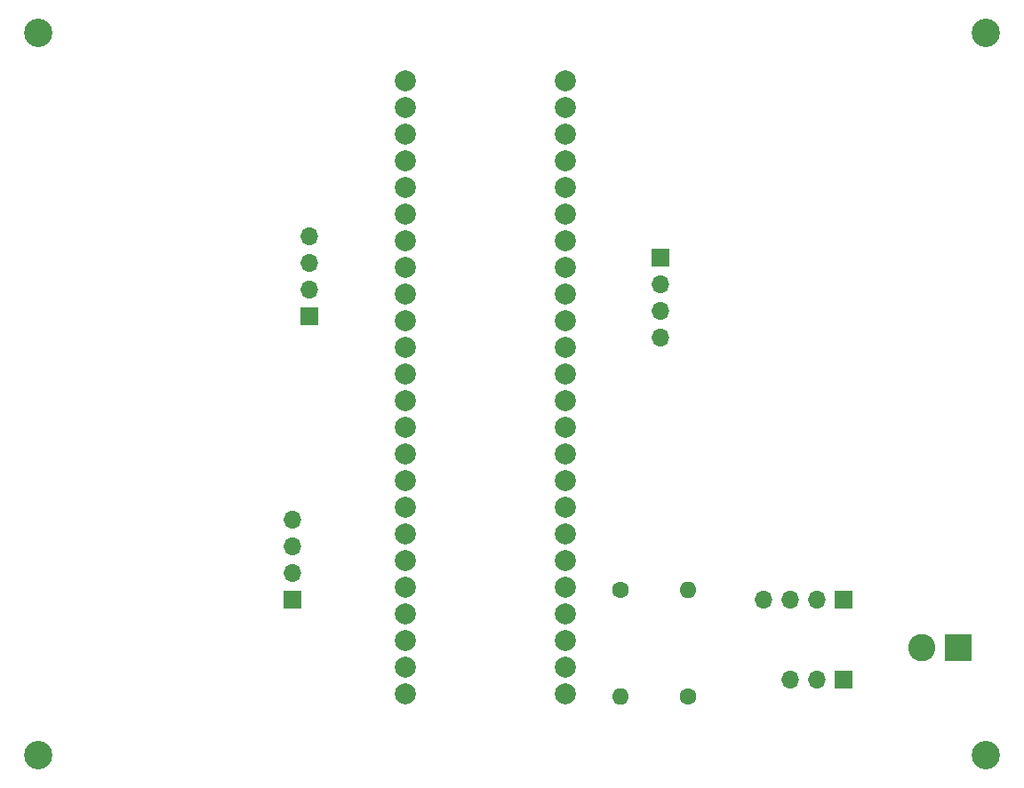
<source format=gbr>
%TF.GenerationSoftware,KiCad,Pcbnew,7.0.7*%
%TF.CreationDate,2023-12-05T11:38:16-05:00*%
%TF.ProjectId,master-board,6d617374-6572-42d6-926f-6172642e6b69,rev?*%
%TF.SameCoordinates,Original*%
%TF.FileFunction,Soldermask,Top*%
%TF.FilePolarity,Negative*%
%FSLAX46Y46*%
G04 Gerber Fmt 4.6, Leading zero omitted, Abs format (unit mm)*
G04 Created by KiCad (PCBNEW 7.0.7) date 2023-12-05 11:38:16*
%MOMM*%
%LPD*%
G01*
G04 APERTURE LIST*
%ADD10C,2.700000*%
%ADD11R,1.700000X1.700000*%
%ADD12O,1.700000X1.700000*%
%ADD13C,1.600000*%
%ADD14O,1.600000X1.600000*%
%ADD15C,2.000000*%
%ADD16R,2.600000X2.600000*%
%ADD17C,2.600000*%
G04 APERTURE END LIST*
D10*
%TO.C,H4*%
X92800000Y-59000000D03*
%TD*%
%TO.C,H3*%
X92800000Y-127800000D03*
%TD*%
%TO.C,H2*%
X183000000Y-59000000D03*
%TD*%
%TO.C,H1*%
X183000000Y-127800000D03*
%TD*%
D11*
%TO.C,J5*%
X116950000Y-113000000D03*
D12*
X116950000Y-110460000D03*
X116950000Y-107920000D03*
X116950000Y-105380000D03*
%TD*%
D13*
%TO.C,R2*%
X148250000Y-112020000D03*
D14*
X148250000Y-122180000D03*
%TD*%
D11*
%TO.C,J2*%
X169500000Y-112980000D03*
D12*
X166960000Y-112980000D03*
X164420000Y-112980000D03*
X161880000Y-112980000D03*
%TD*%
D11*
%TO.C,J6*%
X118550000Y-85990000D03*
D12*
X118550000Y-83450000D03*
X118550000Y-80910000D03*
X118550000Y-78370000D03*
%TD*%
D11*
%TO.C,J3*%
X169500000Y-120600000D03*
D12*
X166960000Y-120600000D03*
X164420000Y-120600000D03*
%TD*%
D11*
%TO.C,J4*%
X152050000Y-80380000D03*
D12*
X152050000Y-82920000D03*
X152050000Y-85460000D03*
X152050000Y-88000000D03*
%TD*%
D15*
%TO.C,Teensy4.1*%
X127760000Y-63580000D03*
X127760000Y-66120000D03*
X127760000Y-68660000D03*
X127760000Y-71200000D03*
X127760000Y-73740000D03*
X127760000Y-76280000D03*
X127760000Y-78820000D03*
X127760000Y-81360000D03*
X127760000Y-83900000D03*
X127760000Y-86440000D03*
X127760000Y-88980000D03*
X127760000Y-91520000D03*
X127760000Y-94060000D03*
X127760000Y-96600000D03*
X127760000Y-99140000D03*
X127760000Y-101680000D03*
X127760000Y-104220000D03*
X127760000Y-106760000D03*
X127760000Y-109300000D03*
X127760000Y-111840000D03*
X127760000Y-114380000D03*
X127760000Y-116920000D03*
X127760000Y-119460000D03*
X127760000Y-122000000D03*
X143000000Y-122000000D03*
X143000000Y-119460000D03*
X143000000Y-116920000D03*
X143000000Y-114380000D03*
X143000000Y-111840000D03*
X143000000Y-109300000D03*
X143000000Y-106760000D03*
X143000000Y-104220000D03*
X143000000Y-101680000D03*
X143000000Y-99140000D03*
X143000000Y-96600000D03*
X143000000Y-94060000D03*
X143000000Y-91520000D03*
X143000000Y-88980000D03*
X143000000Y-86440000D03*
X143000000Y-83900000D03*
X143000000Y-81360000D03*
X143000000Y-78820000D03*
X143000000Y-76280000D03*
X143000000Y-73740000D03*
X143000000Y-71200000D03*
X143000000Y-68660000D03*
X143000000Y-66120000D03*
X143000000Y-63580000D03*
%TD*%
D16*
%TO.C,J1*%
X180400000Y-117555000D03*
D17*
X176900000Y-117555000D03*
%TD*%
D13*
%TO.C,R1*%
X154700000Y-122180000D03*
D14*
X154700000Y-112020000D03*
%TD*%
M02*

</source>
